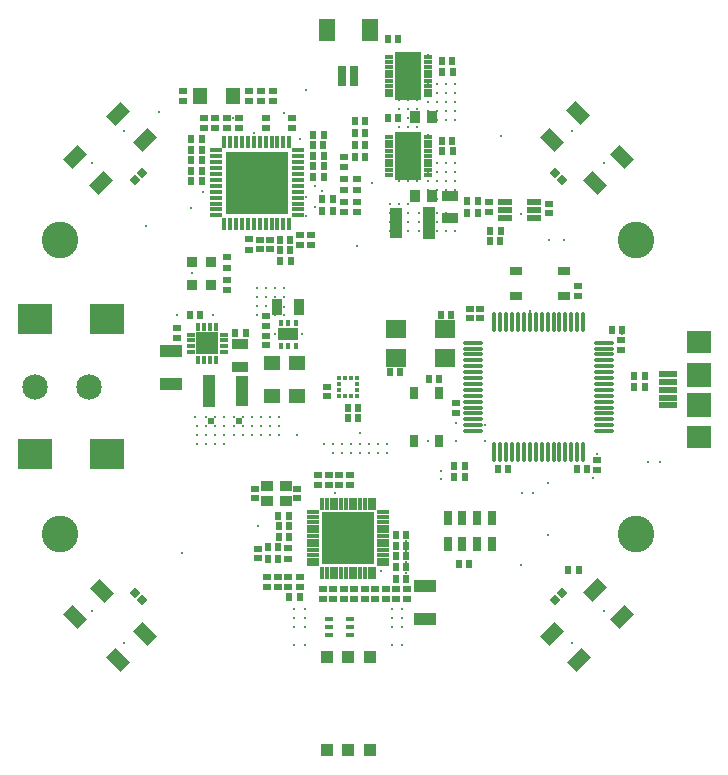
<source format=gts>
G04 Layer_Color=8388736*
%FSAX25Y25*%
%MOIN*%
G70*
G01*
G75*
%ADD31R,0.03150X0.01181*%
%ADD57R,0.04331X0.04331*%
%ADD63C,0.12205*%
%ADD83R,0.20776X0.20776*%
%ADD84R,0.03847X0.01484*%
%ADD85R,0.01484X0.03847*%
%ADD86R,0.03937X0.01181*%
%ADD87R,0.17716X0.17716*%
%ADD88R,0.01181X0.03937*%
%ADD89R,0.04043X0.03650*%
%ADD90R,0.02862X0.04831*%
%ADD91R,0.02547X0.02469*%
%ADD92R,0.03256X0.04043*%
%ADD93R,0.02272X0.02665*%
%ADD94R,0.02469X0.02547*%
%ADD95R,0.02665X0.02272*%
%ADD96R,0.02862X0.01287*%
%ADD97R,0.09161X0.16445*%
%ADD98R,0.05618X0.03256*%
%ADD99R,0.04240X0.10736*%
%ADD100R,0.04240X0.10343*%
%ADD101R,0.04634X0.02272*%
%ADD102R,0.01484X0.01484*%
%ADD103R,0.07193X0.04240*%
%ADD104O,0.01484X0.06602*%
%ADD105O,0.06602X0.01484*%
%ADD106R,0.06800X0.06000*%
%ADD107R,0.03059X0.04437*%
%ADD108R,0.04437X0.03059*%
G04:AMPARAMS|DCode=109|XSize=24.69mil|YSize=25.47mil|CornerRadius=0mil|HoleSize=0mil|Usage=FLASHONLY|Rotation=315.000|XOffset=0mil|YOffset=0mil|HoleType=Round|Shape=Rectangle|*
%AMROTATEDRECTD109*
4,1,4,-0.01773,-0.00028,0.00028,0.01773,0.01773,0.00028,-0.00028,-0.01773,-0.01773,-0.00028,0.0*
%
%ADD109ROTATEDRECTD109*%

G04:AMPARAMS|DCode=110|XSize=24.69mil|YSize=25.47mil|CornerRadius=0mil|HoleSize=0mil|Usage=FLASHONLY|Rotation=225.000|XOffset=0mil|YOffset=0mil|HoleType=Round|Shape=Rectangle|*
%AMROTATEDRECTD110*
4,1,4,-0.00028,0.01773,0.01773,-0.00028,0.00028,-0.01773,-0.01773,0.00028,-0.00028,0.01773,0.0*
%
%ADD110ROTATEDRECTD110*%

%ADD111R,0.04831X0.05303*%
%ADD112R,0.05224X0.07587*%
%ADD113R,0.02862X0.06602*%
%ADD114R,0.01681X0.02272*%
%ADD115R,0.06799X0.04437*%
%ADD116R,0.03256X0.05618*%
%ADD117R,0.05303X0.04831*%
%ADD118R,0.02469X0.02272*%
%ADD119R,0.07193X0.07193*%
%ADD120R,0.01484X0.02862*%
%ADD121R,0.02862X0.01484*%
%ADD122R,0.03256X0.03650*%
%ADD123R,0.06100X0.01900*%
%ADD124R,0.08000X0.07600*%
%ADD125R,0.08000X0.08000*%
%ADD126R,0.11600X0.10000*%
G04:AMPARAMS|DCode=127|XSize=70mil|YSize=45mil|CornerRadius=0mil|HoleSize=0mil|Usage=FLASHONLY|Rotation=45.000|XOffset=0mil|YOffset=0mil|HoleType=Round|Shape=Rectangle|*
%AMROTATEDRECTD127*
4,1,4,-0.00884,-0.04066,-0.04066,-0.00884,0.00884,0.04066,0.04066,0.00884,-0.00884,-0.04066,0.0*
%
%ADD127ROTATEDRECTD127*%

G04:AMPARAMS|DCode=128|XSize=70mil|YSize=45mil|CornerRadius=0mil|HoleSize=0mil|Usage=FLASHONLY|Rotation=315.000|XOffset=0mil|YOffset=0mil|HoleType=Round|Shape=Rectangle|*
%AMROTATEDRECTD128*
4,1,4,-0.04066,0.00884,-0.00884,0.04066,0.04066,-0.00884,0.00884,-0.04066,-0.04066,0.00884,0.0*
%
%ADD128ROTATEDRECTD128*%

%ADD129C,0.08500*%
%ADD130C,0.01200*%
D31*
X0396543Y0230941D02*
D03*
Y0233500D02*
D03*
Y0236059D02*
D03*
X0389457D02*
D03*
Y0233500D02*
D03*
Y0230941D02*
D03*
D57*
X0396000Y0192449D02*
D03*
X0403087D02*
D03*
Y0223551D02*
D03*
X0396000D02*
D03*
X0388913D02*
D03*
Y0192449D02*
D03*
D63*
X0300000Y0264500D02*
D03*
X0492000D02*
D03*
Y0362500D02*
D03*
X0300000D02*
D03*
D83*
X0365500Y0381500D02*
D03*
D84*
X0379181Y0392327D02*
D03*
Y0390358D02*
D03*
Y0388390D02*
D03*
Y0386421D02*
D03*
Y0384453D02*
D03*
Y0382484D02*
D03*
Y0380516D02*
D03*
Y0378547D02*
D03*
Y0376579D02*
D03*
Y0374610D02*
D03*
Y0372642D02*
D03*
Y0370673D02*
D03*
X0351819D02*
D03*
Y0372642D02*
D03*
Y0374610D02*
D03*
Y0376579D02*
D03*
Y0378547D02*
D03*
Y0380516D02*
D03*
Y0382484D02*
D03*
Y0384453D02*
D03*
Y0386421D02*
D03*
Y0388390D02*
D03*
Y0390358D02*
D03*
Y0392327D02*
D03*
D85*
X0376327Y0367819D02*
D03*
X0374358D02*
D03*
X0372390D02*
D03*
X0370421D02*
D03*
X0368453D02*
D03*
X0366484D02*
D03*
X0364516D02*
D03*
X0362547D02*
D03*
X0360579D02*
D03*
X0358610D02*
D03*
X0356642D02*
D03*
X0354673D02*
D03*
Y0395181D02*
D03*
X0356642D02*
D03*
X0358610D02*
D03*
X0360579D02*
D03*
X0362547D02*
D03*
X0364516D02*
D03*
X0366484D02*
D03*
X0368453D02*
D03*
X0370421D02*
D03*
X0372390D02*
D03*
X0374358D02*
D03*
X0376327D02*
D03*
D86*
X0384386Y0271661D02*
D03*
Y0268512D02*
D03*
Y0265362D02*
D03*
Y0262213D02*
D03*
Y0259063D02*
D03*
Y0255913D02*
D03*
Y0254339D02*
D03*
Y0257488D02*
D03*
Y0260638D02*
D03*
Y0263787D02*
D03*
Y0266937D02*
D03*
Y0270087D02*
D03*
X0407614Y0255913D02*
D03*
Y0259063D02*
D03*
Y0262213D02*
D03*
Y0265362D02*
D03*
Y0268512D02*
D03*
Y0271661D02*
D03*
Y0270087D02*
D03*
Y0266937D02*
D03*
Y0263787D02*
D03*
Y0260638D02*
D03*
Y0257488D02*
D03*
Y0254339D02*
D03*
D87*
X0396000Y0263000D02*
D03*
D88*
X0388913Y0251386D02*
D03*
X0392063D02*
D03*
X0395213D02*
D03*
X0398362D02*
D03*
X0401512D02*
D03*
X0404661D02*
D03*
X0403087D02*
D03*
X0399937D02*
D03*
X0396787D02*
D03*
X0393638D02*
D03*
X0390488D02*
D03*
X0387339D02*
D03*
X0403087Y0274614D02*
D03*
X0399937D02*
D03*
X0396787D02*
D03*
X0393638D02*
D03*
X0390488D02*
D03*
X0387339D02*
D03*
X0388913D02*
D03*
X0392063D02*
D03*
X0395213D02*
D03*
X0398362D02*
D03*
X0401512D02*
D03*
X0404661D02*
D03*
D89*
X0368850Y0280559D02*
D03*
X0375150D02*
D03*
Y0275441D02*
D03*
X0368850D02*
D03*
D90*
X0434079Y0269661D02*
D03*
X0439000D02*
D03*
X0429157D02*
D03*
X0443921D02*
D03*
Y0261000D02*
D03*
X0429157D02*
D03*
X0439000D02*
D03*
X0434079D02*
D03*
D91*
X0432000Y0308114D02*
D03*
Y0304886D02*
D03*
X0394500Y0386886D02*
D03*
Y0390114D02*
D03*
X0399000Y0371886D02*
D03*
Y0375114D02*
D03*
X0443000D02*
D03*
Y0371886D02*
D03*
X0389000Y0313614D02*
D03*
Y0310386D02*
D03*
X0396500Y0280886D02*
D03*
Y0284114D02*
D03*
X0393000D02*
D03*
Y0280886D02*
D03*
X0389500Y0284114D02*
D03*
Y0280886D02*
D03*
X0386000D02*
D03*
Y0284114D02*
D03*
X0379000Y0276386D02*
D03*
Y0279614D02*
D03*
X0365000D02*
D03*
Y0276386D02*
D03*
X0366000Y0259614D02*
D03*
Y0256386D02*
D03*
X0380000Y0246886D02*
D03*
Y0250114D02*
D03*
X0376000Y0246886D02*
D03*
Y0250114D02*
D03*
X0372500Y0246886D02*
D03*
Y0250114D02*
D03*
X0369000Y0246886D02*
D03*
Y0250114D02*
D03*
X0415500Y0242886D02*
D03*
Y0246114D02*
D03*
X0412000Y0242886D02*
D03*
Y0246114D02*
D03*
X0408500Y0242886D02*
D03*
Y0246114D02*
D03*
X0405000Y0242886D02*
D03*
Y0246114D02*
D03*
X0401500Y0242886D02*
D03*
Y0246114D02*
D03*
X0398000Y0242886D02*
D03*
Y0246114D02*
D03*
X0394500Y0242886D02*
D03*
Y0246114D02*
D03*
X0391000Y0242886D02*
D03*
Y0246114D02*
D03*
X0387500Y0242886D02*
D03*
Y0246114D02*
D03*
X0479000Y0285886D02*
D03*
Y0289114D02*
D03*
X0440000Y0339614D02*
D03*
Y0336386D02*
D03*
X0436500Y0339614D02*
D03*
Y0336386D02*
D03*
X0487000Y0329114D02*
D03*
Y0325886D02*
D03*
X0463000Y0371386D02*
D03*
Y0374614D02*
D03*
X0380000Y0364114D02*
D03*
Y0360886D02*
D03*
X0383500Y0364114D02*
D03*
Y0360886D02*
D03*
X0370000Y0359386D02*
D03*
Y0362614D02*
D03*
X0366500Y0359386D02*
D03*
Y0362614D02*
D03*
X0363000Y0408886D02*
D03*
Y0412114D02*
D03*
X0368500Y0333886D02*
D03*
Y0337114D02*
D03*
Y0330614D02*
D03*
Y0327386D02*
D03*
X0339000Y0333114D02*
D03*
Y0329886D02*
D03*
D92*
X0418244Y0403500D02*
D03*
X0423756D02*
D03*
X0418244Y0377000D02*
D03*
X0423756D02*
D03*
D93*
X0387772Y0383500D02*
D03*
X0384228D02*
D03*
Y0387000D02*
D03*
X0387772D02*
D03*
Y0390500D02*
D03*
X0384228D02*
D03*
Y0397500D02*
D03*
X0387772D02*
D03*
X0387228Y0376000D02*
D03*
X0390772D02*
D03*
X0387228Y0372000D02*
D03*
X0390772D02*
D03*
X0427228Y0418500D02*
D03*
X0430772D02*
D03*
Y0392000D02*
D03*
X0427228D02*
D03*
X0435728Y0375500D02*
D03*
X0439272D02*
D03*
X0435728Y0371500D02*
D03*
X0439272D02*
D03*
X0372728Y0270500D02*
D03*
X0376272D02*
D03*
X0376228Y0243500D02*
D03*
X0379772D02*
D03*
X0431228Y0287000D02*
D03*
X0434772D02*
D03*
X0431228Y0283500D02*
D03*
X0434772D02*
D03*
X0494772Y0317000D02*
D03*
X0491228D02*
D03*
X0494772Y0313500D02*
D03*
X0491228D02*
D03*
X0446772Y0365500D02*
D03*
X0443228D02*
D03*
X0472772Y0252500D02*
D03*
X0469228D02*
D03*
X0376772Y0355500D02*
D03*
X0373228D02*
D03*
X0347272Y0396000D02*
D03*
X0343728D02*
D03*
X0347272Y0392500D02*
D03*
X0343728D02*
D03*
Y0389000D02*
D03*
X0347272D02*
D03*
X0343728Y0385500D02*
D03*
X0347272D02*
D03*
X0343728Y0382000D02*
D03*
X0347272D02*
D03*
X0358228Y0331500D02*
D03*
X0361772D02*
D03*
D94*
X0387614Y0394000D02*
D03*
X0384386D02*
D03*
X0398386Y0402000D02*
D03*
X0401614D02*
D03*
X0398386Y0398000D02*
D03*
X0401614D02*
D03*
X0398386Y0394000D02*
D03*
X0401614D02*
D03*
X0398386Y0390000D02*
D03*
X0401614D02*
D03*
X0412614Y0403000D02*
D03*
X0409386D02*
D03*
X0412614Y0429500D02*
D03*
X0409386D02*
D03*
X0430614Y0422000D02*
D03*
X0427386D02*
D03*
Y0395500D02*
D03*
X0430614D02*
D03*
X0399114Y0306500D02*
D03*
X0395886D02*
D03*
X0399114Y0303000D02*
D03*
X0395886D02*
D03*
X0372886Y0267000D02*
D03*
X0376114D02*
D03*
X0372886Y0263500D02*
D03*
X0376114D02*
D03*
X0369386Y0260000D02*
D03*
X0372614D02*
D03*
X0369386Y0256000D02*
D03*
X0372614D02*
D03*
X0411886Y0264000D02*
D03*
X0415114D02*
D03*
Y0260500D02*
D03*
X0411886D02*
D03*
X0415114Y0257000D02*
D03*
X0411886D02*
D03*
X0415114Y0253500D02*
D03*
X0411886D02*
D03*
X0415114Y0249500D02*
D03*
X0411886D02*
D03*
X0436114Y0254500D02*
D03*
X0432886D02*
D03*
X0445886Y0286000D02*
D03*
X0449114D02*
D03*
X0475614D02*
D03*
X0472386D02*
D03*
X0487114Y0332500D02*
D03*
X0483886D02*
D03*
X0430114Y0337500D02*
D03*
X0426886D02*
D03*
X0409886Y0318500D02*
D03*
X0413114D02*
D03*
X0422886Y0316000D02*
D03*
X0426114D02*
D03*
X0446614Y0362000D02*
D03*
X0443386D02*
D03*
X0373386Y0362500D02*
D03*
X0376614D02*
D03*
X0373386Y0359000D02*
D03*
X0376614D02*
D03*
X0346614Y0337500D02*
D03*
X0343386D02*
D03*
D95*
X0399000Y0379228D02*
D03*
Y0382772D02*
D03*
X0394500Y0379228D02*
D03*
Y0382772D02*
D03*
Y0371728D02*
D03*
Y0375272D02*
D03*
X0376000Y0256228D02*
D03*
Y0259772D02*
D03*
X0472500Y0347272D02*
D03*
Y0343728D02*
D03*
X0363000Y0359228D02*
D03*
Y0362772D02*
D03*
X0341000Y0408728D02*
D03*
Y0412272D02*
D03*
X0377383Y0399728D02*
D03*
Y0403272D02*
D03*
X0371000Y0412272D02*
D03*
Y0408728D02*
D03*
X0367000D02*
D03*
Y0412272D02*
D03*
X0368500Y0403272D02*
D03*
Y0399728D02*
D03*
X0351500D02*
D03*
Y0403272D02*
D03*
X0359500Y0399728D02*
D03*
Y0403272D02*
D03*
X0355500Y0399728D02*
D03*
Y0403272D02*
D03*
X0348000Y0399728D02*
D03*
Y0403272D02*
D03*
X0355500Y0345728D02*
D03*
Y0349272D02*
D03*
Y0356772D02*
D03*
Y0353228D02*
D03*
D96*
X0409524Y0396799D02*
D03*
Y0395224D02*
D03*
Y0393650D02*
D03*
Y0392075D02*
D03*
Y0390500D02*
D03*
Y0388925D02*
D03*
Y0387350D02*
D03*
Y0385776D02*
D03*
Y0384201D02*
D03*
X0422476Y0396799D02*
D03*
Y0395224D02*
D03*
Y0393650D02*
D03*
Y0392075D02*
D03*
Y0390500D02*
D03*
Y0388925D02*
D03*
Y0387350D02*
D03*
Y0385776D02*
D03*
Y0384201D02*
D03*
X0409524Y0423299D02*
D03*
Y0421724D02*
D03*
Y0420150D02*
D03*
Y0418575D02*
D03*
Y0417000D02*
D03*
Y0415425D02*
D03*
Y0413850D02*
D03*
Y0412276D02*
D03*
Y0410701D02*
D03*
X0422476Y0423299D02*
D03*
Y0421724D02*
D03*
Y0420150D02*
D03*
Y0418575D02*
D03*
Y0417000D02*
D03*
Y0415425D02*
D03*
Y0413850D02*
D03*
Y0412276D02*
D03*
Y0410701D02*
D03*
D97*
X0416000Y0390500D02*
D03*
Y0417000D02*
D03*
D98*
X0430000Y0377240D02*
D03*
Y0369760D02*
D03*
X0360000Y0327740D02*
D03*
Y0320260D02*
D03*
D99*
X0423012Y0368000D02*
D03*
X0349488Y0312000D02*
D03*
D100*
X0411988Y0368000D02*
D03*
X0360512Y0312000D02*
D03*
D101*
X0457823Y0369941D02*
D03*
Y0372500D02*
D03*
Y0375059D02*
D03*
X0448177D02*
D03*
Y0372500D02*
D03*
Y0369941D02*
D03*
D102*
X0398953Y0310547D02*
D03*
X0396984D02*
D03*
X0395016D02*
D03*
X0393047D02*
D03*
X0398953Y0312516D02*
D03*
X0393047D02*
D03*
X0398953Y0314484D02*
D03*
X0393047D02*
D03*
X0398953Y0316453D02*
D03*
X0396984D02*
D03*
X0395016D02*
D03*
X0393047D02*
D03*
D103*
X0421500Y0247012D02*
D03*
Y0235988D02*
D03*
X0337000Y0325512D02*
D03*
Y0314488D02*
D03*
D104*
X0444736Y0335252D02*
D03*
X0446705D02*
D03*
X0448673D02*
D03*
X0450642D02*
D03*
X0452610D02*
D03*
X0454579D02*
D03*
X0456547D02*
D03*
X0458516D02*
D03*
X0460484D02*
D03*
X0462453D02*
D03*
X0464421D02*
D03*
X0466390D02*
D03*
X0468358D02*
D03*
X0470327D02*
D03*
X0472295D02*
D03*
X0474264D02*
D03*
Y0291748D02*
D03*
X0472295D02*
D03*
X0470327D02*
D03*
X0468358D02*
D03*
X0466390D02*
D03*
X0464421D02*
D03*
X0462453D02*
D03*
X0460484D02*
D03*
X0458516D02*
D03*
X0456547D02*
D03*
X0454579D02*
D03*
X0452610D02*
D03*
X0450642D02*
D03*
X0448673D02*
D03*
X0446705D02*
D03*
X0444736D02*
D03*
D105*
X0481252Y0328264D02*
D03*
Y0326295D02*
D03*
Y0324327D02*
D03*
Y0322358D02*
D03*
Y0320390D02*
D03*
Y0318421D02*
D03*
Y0316453D02*
D03*
Y0314484D02*
D03*
Y0312516D02*
D03*
Y0310547D02*
D03*
Y0308579D02*
D03*
Y0306610D02*
D03*
Y0304642D02*
D03*
Y0302673D02*
D03*
Y0300705D02*
D03*
Y0298736D02*
D03*
X0437748D02*
D03*
Y0300705D02*
D03*
Y0302673D02*
D03*
Y0304642D02*
D03*
Y0306610D02*
D03*
Y0308579D02*
D03*
Y0310547D02*
D03*
Y0312516D02*
D03*
Y0314484D02*
D03*
Y0316453D02*
D03*
Y0318421D02*
D03*
Y0320390D02*
D03*
Y0322358D02*
D03*
Y0324327D02*
D03*
Y0326295D02*
D03*
Y0328264D02*
D03*
D106*
X0411850Y0323250D02*
D03*
X0428150D02*
D03*
Y0332750D02*
D03*
X0411850D02*
D03*
D107*
X0417866Y0295429D02*
D03*
X0426134D02*
D03*
X0417866Y0311571D02*
D03*
X0426134D02*
D03*
D108*
X0451929Y0352134D02*
D03*
Y0343866D02*
D03*
X0468071Y0352134D02*
D03*
Y0343866D02*
D03*
D109*
X0464859Y0384641D02*
D03*
X0467141Y0382359D02*
D03*
X0327141Y0242359D02*
D03*
X0324859Y0244641D02*
D03*
D110*
X0467141D02*
D03*
X0464859Y0242359D02*
D03*
X0324859Y0382359D02*
D03*
X0327141Y0384641D02*
D03*
D111*
X0357512Y0410500D02*
D03*
X0346488D02*
D03*
D112*
X0403087Y0432500D02*
D03*
X0388913D02*
D03*
D113*
X0397969Y0417244D02*
D03*
X0394032D02*
D03*
D114*
X0378559Y0334839D02*
D03*
X0376000D02*
D03*
X0373441D02*
D03*
Y0327161D02*
D03*
X0376000D02*
D03*
X0378559D02*
D03*
D115*
X0376000Y0331000D02*
D03*
D116*
X0379740Y0340000D02*
D03*
X0372260D02*
D03*
D117*
X0379000Y0321512D02*
D03*
Y0310488D02*
D03*
X0370500Y0321512D02*
D03*
Y0310488D02*
D03*
D118*
X0350374Y0302000D02*
D03*
X0359626D02*
D03*
D119*
X0349012Y0327984D02*
D03*
D120*
X0351965Y0322472D02*
D03*
X0349996D02*
D03*
X0348028D02*
D03*
X0346059D02*
D03*
Y0333496D02*
D03*
X0348028D02*
D03*
X0349996D02*
D03*
X0351965D02*
D03*
D121*
X0343500Y0325031D02*
D03*
Y0327000D02*
D03*
Y0328969D02*
D03*
Y0330937D02*
D03*
X0354524D02*
D03*
Y0328969D02*
D03*
Y0327000D02*
D03*
Y0325031D02*
D03*
D122*
X0343850Y0355000D02*
D03*
X0350150D02*
D03*
X0343850Y0347500D02*
D03*
X0350150D02*
D03*
D123*
X0502500Y0307382D02*
D03*
Y0317700D02*
D03*
Y0309941D02*
D03*
Y0312500D02*
D03*
Y0315100D02*
D03*
D124*
X0513000Y0296752D02*
D03*
Y0328300D02*
D03*
D125*
Y0307500D02*
D03*
Y0317500D02*
D03*
D126*
X0315600Y0291059D02*
D03*
Y0336000D02*
D03*
X0291500Y0291059D02*
D03*
Y0336000D02*
D03*
D127*
X0472780Y0222372D02*
D03*
X0487167Y0236758D02*
D03*
X0478258Y0245667D02*
D03*
X0463871Y0231281D02*
D03*
X0319220Y0404628D02*
D03*
X0304833Y0390242D02*
D03*
X0313742Y0381333D02*
D03*
X0328129Y0395719D02*
D03*
D128*
X0304872Y0236720D02*
D03*
X0319258Y0222333D02*
D03*
X0328167Y0231242D02*
D03*
X0313781Y0245629D02*
D03*
X0487128Y0390280D02*
D03*
X0472742Y0404667D02*
D03*
X0463833Y0395758D02*
D03*
X0478219Y0381371D02*
D03*
D129*
X0309500Y0313500D02*
D03*
X0291500D02*
D03*
D130*
X0431500Y0402500D02*
D03*
X0468071Y0362500D02*
D03*
X0379000Y0276386D02*
D03*
X0375150Y0275441D02*
D03*
X0368500Y0334000D02*
D03*
Y0331000D02*
D03*
X0380500D02*
D03*
X0287000Y0289500D02*
D03*
X0290000D02*
D03*
X0293000D02*
D03*
X0296000D02*
D03*
X0287000Y0292500D02*
D03*
X0290000D02*
D03*
X0293000D02*
D03*
X0296000D02*
D03*
X0287000Y0295500D02*
D03*
X0290000D02*
D03*
X0293000D02*
D03*
X0296000D02*
D03*
X0287000Y0286500D02*
D03*
X0290000D02*
D03*
X0293000D02*
D03*
X0296000D02*
D03*
X0345000Y0303500D02*
D03*
X0345500Y0294500D02*
D03*
X0354500D02*
D03*
X0351500D02*
D03*
X0348500D02*
D03*
X0345500Y0297500D02*
D03*
Y0300500D02*
D03*
X0380000Y0396000D02*
D03*
X0339000Y0333500D02*
D03*
X0344000Y0351500D02*
D03*
X0355500Y0353228D02*
D03*
X0374500Y0343500D02*
D03*
X0365500Y0346500D02*
D03*
Y0343500D02*
D03*
Y0340500D02*
D03*
Y0337500D02*
D03*
X0374500Y0346500D02*
D03*
Y0340250D02*
D03*
Y0337500D02*
D03*
X0371500Y0346500D02*
D03*
X0368500D02*
D03*
X0371500Y0343500D02*
D03*
X0368500D02*
D03*
Y0340500D02*
D03*
X0371500D02*
D03*
Y0337500D02*
D03*
X0368500D02*
D03*
X0399000Y0360500D02*
D03*
X0463000Y0362500D02*
D03*
X0462500Y0264000D02*
D03*
X0328500Y0367000D02*
D03*
X0340500Y0258000D02*
D03*
X0425500Y0408500D02*
D03*
X0422476Y0423976D02*
D03*
X0441421Y0300705D02*
D03*
X0456547Y0338925D02*
D03*
X0310697Y0388197D02*
D03*
X0321303Y0398803D02*
D03*
X0470697D02*
D03*
X0481303Y0388197D02*
D03*
Y0238803D02*
D03*
X0470697Y0228197D02*
D03*
X0310697Y0238803D02*
D03*
X0321303Y0228197D02*
D03*
X0496000Y0288500D02*
D03*
X0500000D02*
D03*
X0502500Y0307382D02*
D03*
X0447000Y0397000D02*
D03*
X0333000Y0405000D02*
D03*
X0382000Y0412500D02*
D03*
X0327141Y0384641D02*
D03*
X0343500Y0373000D02*
D03*
X0324859Y0244641D02*
D03*
X0378000Y0239500D02*
D03*
X0381500D02*
D03*
X0324859Y0382359D02*
D03*
X0327141Y0242359D02*
D03*
X0464859Y0384641D02*
D03*
X0467141Y0244641D02*
D03*
X0464859Y0242359D02*
D03*
X0453500Y0254000D02*
D03*
X0467141Y0382359D02*
D03*
X0441500Y0295500D02*
D03*
X0388000Y0294500D02*
D03*
X0410500Y0233500D02*
D03*
Y0236500D02*
D03*
Y0239500D02*
D03*
Y0227500D02*
D03*
X0414000Y0233500D02*
D03*
Y0236500D02*
D03*
Y0227500D02*
D03*
Y0239500D02*
D03*
X0378000Y0227500D02*
D03*
Y0233500D02*
D03*
Y0236500D02*
D03*
X0381500Y0227500D02*
D03*
Y0233500D02*
D03*
Y0236500D02*
D03*
X0372886Y0267000D02*
D03*
X0366000D02*
D03*
X0409386Y0429500D02*
D03*
Y0403000D02*
D03*
X0361772Y0331500D02*
D03*
X0453500Y0371000D02*
D03*
X0463000Y0371386D02*
D03*
X0407000Y0252000D02*
D03*
X0457500Y0278000D02*
D03*
X0472500Y0347272D02*
D03*
X0468071Y0352134D02*
D03*
X0451929D02*
D03*
X0364500Y0397969D02*
D03*
X0355500Y0349272D02*
D03*
X0351000Y0337500D02*
D03*
X0339000D02*
D03*
X0376614Y0359000D02*
D03*
Y0362500D02*
D03*
X0376772Y0355500D02*
D03*
X0343728Y0385500D02*
D03*
X0363000Y0408886D02*
D03*
X0367000Y0408728D02*
D03*
X0454000Y0278000D02*
D03*
X0389500Y0284114D02*
D03*
X0386000D02*
D03*
X0391500Y0278000D02*
D03*
X0427000Y0285500D02*
D03*
X0426886Y0337500D02*
D03*
X0446000Y0285000D02*
D03*
X0422500Y0295500D02*
D03*
X0432000D02*
D03*
X0436500Y0339614D02*
D03*
X0440000D02*
D03*
X0487114Y0331000D02*
D03*
X0477500Y0283000D02*
D03*
X0368850Y0280559D02*
D03*
X0365000Y0279614D02*
D03*
X0400000Y0298000D02*
D03*
X0422476Y0397476D02*
D03*
X0343728Y0396000D02*
D03*
X0351500Y0403272D02*
D03*
X0399000Y0382772D02*
D03*
X0390772Y0372000D02*
D03*
X0399000Y0371886D02*
D03*
X0383500Y0360886D02*
D03*
X0366500Y0359386D02*
D03*
X0380000Y0360886D02*
D03*
X0366500Y0362614D02*
D03*
X0370000D02*
D03*
X0446614Y0362000D02*
D03*
X0411850Y0332750D02*
D03*
X0417866Y0295429D02*
D03*
X0463833Y0395758D02*
D03*
X0319220Y0404628D02*
D03*
X0472780Y0222372D02*
D03*
X0328167Y0231242D02*
D03*
X0472742Y0404667D02*
D03*
X0478219Y0381371D02*
D03*
X0304833Y0390242D02*
D03*
X0328129Y0395719D02*
D03*
X0319258Y0222333D02*
D03*
X0313781Y0245629D02*
D03*
X0487167Y0236758D02*
D03*
X0472772Y0252500D02*
D03*
X0462453Y0281547D02*
D03*
X0463871Y0231281D02*
D03*
X0469228Y0252500D02*
D03*
X0432000Y0301500D02*
D03*
X0443921Y0269661D02*
D03*
Y0261000D02*
D03*
X0439000D02*
D03*
X0436114Y0254500D02*
D03*
X0429157Y0261000D02*
D03*
X0432886Y0254500D02*
D03*
X0387500Y0242886D02*
D03*
X0412000D02*
D03*
X0405000D02*
D03*
X0398000D02*
D03*
X0421500Y0235988D02*
D03*
X0369000Y0246886D02*
D03*
X0372500Y0246886D02*
D03*
X0366000Y0259596D02*
D03*
X0389500Y0280886D02*
D03*
X0411886Y0260500D02*
D03*
Y0253500D02*
D03*
X0387500Y0246114D02*
D03*
X0374542Y0404957D02*
D03*
X0404000Y0381500D02*
D03*
X0387772Y0390500D02*
D03*
Y0383500D02*
D03*
Y0387000D02*
D03*
Y0397500D02*
D03*
X0387614Y0394000D02*
D03*
X0368500Y0403272D02*
D03*
X0357500Y0403000D02*
D03*
X0377383Y0403272D02*
D03*
X0348000Y0399728D02*
D03*
X0347272Y0392500D02*
D03*
X0347500Y0378500D02*
D03*
X0436500Y0336386D02*
D03*
X0440000D02*
D03*
X0483886Y0332500D02*
D03*
X0479000Y0291000D02*
D03*
X0415114Y0262000D02*
D03*
Y0258750D02*
D03*
Y0251500D02*
D03*
Y0255250D02*
D03*
X0396500Y0284114D02*
D03*
X0393000D02*
D03*
X0398000Y0246114D02*
D03*
X0405000D02*
D03*
X0412000D02*
D03*
X0421500Y0247012D02*
D03*
X0449000Y0285000D02*
D03*
X0434772Y0283500D02*
D03*
X0427000Y0282869D02*
D03*
X0434079Y0269661D02*
D03*
X0429157D02*
D03*
X0358500Y0388500D02*
D03*
X0365500D02*
D03*
X0372500D02*
D03*
X0369000Y0385000D02*
D03*
X0362000D02*
D03*
X0369000Y0378000D02*
D03*
X0372500Y0381500D02*
D03*
X0358500D02*
D03*
X0362000Y0378000D02*
D03*
X0372500Y0374500D02*
D03*
X0365500D02*
D03*
X0358500D02*
D03*
X0365500Y0381500D02*
D03*
X0410000Y0365500D02*
D03*
Y0368500D02*
D03*
Y0371500D02*
D03*
Y0374500D02*
D03*
X0416000D02*
D03*
X0413000D02*
D03*
X0416000Y0371500D02*
D03*
X0413000D02*
D03*
Y0368500D02*
D03*
X0416000D02*
D03*
Y0365500D02*
D03*
X0413000D02*
D03*
Y0412000D02*
D03*
X0416000D02*
D03*
X0419000D02*
D03*
Y0415000D02*
D03*
X0416000D02*
D03*
X0413000D02*
D03*
Y0418000D02*
D03*
X0416000D02*
D03*
X0419000D02*
D03*
X0413000Y0421000D02*
D03*
X0416000D02*
D03*
X0419000D02*
D03*
Y0400000D02*
D03*
X0416000D02*
D03*
X0413000D02*
D03*
Y0403000D02*
D03*
X0416000D02*
D03*
X0419000D02*
D03*
Y0409000D02*
D03*
X0416000D02*
D03*
X0413000D02*
D03*
Y0406000D02*
D03*
X0416000D02*
D03*
X0419000D02*
D03*
X0413000Y0382000D02*
D03*
X0416000D02*
D03*
X0419000D02*
D03*
Y0385000D02*
D03*
X0416000D02*
D03*
X0413000D02*
D03*
Y0388000D02*
D03*
X0416000D02*
D03*
X0419000D02*
D03*
Y0394000D02*
D03*
X0416000D02*
D03*
X0413000D02*
D03*
Y0391000D02*
D03*
X0416000D02*
D03*
X0419000D02*
D03*
X0371500Y0331000D02*
D03*
X0513000Y0296752D02*
D03*
Y0307500D02*
D03*
Y0317500D02*
D03*
Y0328300D02*
D03*
X0379000Y0297500D02*
D03*
X0409000Y0291500D02*
D03*
Y0294500D02*
D03*
X0406000D02*
D03*
X0403000D02*
D03*
X0400000D02*
D03*
X0397000D02*
D03*
X0394000D02*
D03*
X0391000D02*
D03*
Y0291500D02*
D03*
X0394000D02*
D03*
X0397000D02*
D03*
X0400000D02*
D03*
X0403000D02*
D03*
X0406000D02*
D03*
X0422500Y0402500D02*
D03*
X0425500D02*
D03*
X0428500D02*
D03*
Y0405500D02*
D03*
X0431500D02*
D03*
X0425500D02*
D03*
X0422500D02*
D03*
Y0408500D02*
D03*
X0428500D02*
D03*
X0431500D02*
D03*
Y0414500D02*
D03*
X0428500D02*
D03*
X0425500D02*
D03*
X0422500D02*
D03*
Y0411500D02*
D03*
X0425500D02*
D03*
X0431500D02*
D03*
X0428500D02*
D03*
Y0385000D02*
D03*
X0431500D02*
D03*
X0425500D02*
D03*
X0422500D02*
D03*
Y0388000D02*
D03*
X0425500D02*
D03*
X0428500D02*
D03*
X0431500D02*
D03*
Y0382000D02*
D03*
X0428500D02*
D03*
X0425500D02*
D03*
X0422500D02*
D03*
Y0379000D02*
D03*
X0425500D02*
D03*
X0431500D02*
D03*
X0428500D02*
D03*
Y0376000D02*
D03*
X0425500D02*
D03*
X0422500D02*
D03*
X0431500Y0368500D02*
D03*
Y0365500D02*
D03*
X0428500D02*
D03*
X0425500D02*
D03*
X0422500D02*
D03*
X0419500D02*
D03*
Y0368500D02*
D03*
X0422500D02*
D03*
X0425500D02*
D03*
X0428500D02*
D03*
Y0371500D02*
D03*
X0425500D02*
D03*
X0422500D02*
D03*
X0419500D02*
D03*
X0354500Y0297500D02*
D03*
X0351500D02*
D03*
X0348500D02*
D03*
Y0300500D02*
D03*
Y0303500D02*
D03*
X0351500Y0300500D02*
D03*
Y0303500D02*
D03*
X0354500D02*
D03*
Y0300500D02*
D03*
X0374500Y0331000D02*
D03*
X0377500D02*
D03*
X0390000Y0269000D02*
D03*
X0396000Y0263000D02*
D03*
X0393000Y0260000D02*
D03*
X0390000Y0257000D02*
D03*
X0399000Y0260000D02*
D03*
X0402000Y0257000D02*
D03*
X0390000Y0263000D02*
D03*
X0402000D02*
D03*
X0396000Y0257000D02*
D03*
X0402000Y0269000D02*
D03*
X0399000Y0266000D02*
D03*
X0396000Y0269000D02*
D03*
X0393000Y0266000D02*
D03*
X0373000Y0297500D02*
D03*
X0370000D02*
D03*
X0367000D02*
D03*
X0364000D02*
D03*
X0361000D02*
D03*
X0358000D02*
D03*
Y0300500D02*
D03*
Y0303500D02*
D03*
X0361000Y0300500D02*
D03*
Y0303500D02*
D03*
X0364000D02*
D03*
Y0300500D02*
D03*
X0367000D02*
D03*
Y0303500D02*
D03*
X0370000D02*
D03*
Y0300500D02*
D03*
X0373000D02*
D03*
Y0303500D02*
D03*
X0443228Y0365500D02*
D03*
X0387300Y0378800D02*
D03*
X0385000Y0380500D02*
D03*
X0381772Y0376710D02*
D03*
X0385000Y0373500D02*
D03*
X0382000Y0370500D02*
D03*
X0387228Y0376000D02*
D03*
X0350980Y0329953D02*
D03*
Y0326016D02*
D03*
X0347043D02*
D03*
Y0329953D02*
D03*
X0349012Y0327984D02*
D03*
M02*

</source>
